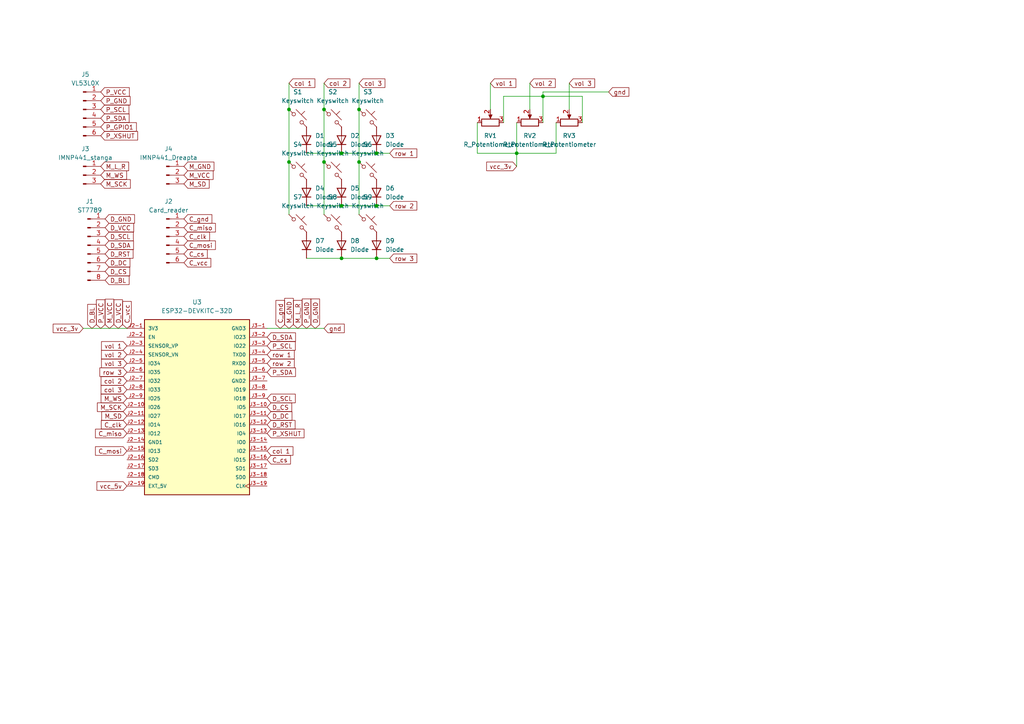
<source format=kicad_sch>
(kicad_sch (version 20231120) (generator "eeschema") (generator_version "8.0")
  (paper "A4")
  (lib_symbols
    (symbol "Connector:Conn_01x03_Pin" (pin_names (offset 1.016) hide)
      (property "Reference" "J" (at 0 5.08 0))
      (property "Value" "Conn_01x03_Pin" (at 0 -5.08 0))
      (symbol "Conn_01x03_Pin_1_1"
        (polyline (pts (xy 1.27 -2.54) (xy 0.8636 -2.54)) (stroke (width 0.1524)))
        (polyline (pts (xy 1.27 0) (xy 0.8636 0)) (stroke (width 0.1524)))
        (polyline (pts (xy 1.27 2.54) (xy 0.8636 2.54)) (stroke (width 0.1524)))
        (rectangle (start 0.8636 -2.413) (end 0 -2.667) (stroke (width 0.1524)) (fill (type outline)))
        (rectangle (start 0.8636 0.127) (end 0 -0.127) (stroke (width 0.1524)) (fill (type outline)))
        (rectangle (start 0.8636 2.667) (end 0 2.413) (stroke (width 0.1524)) (fill (type outline)))
        (pin passive line (at 5.08 2.54 180) (length 3.81) (name "Pin_1") (number "1"))
        (pin passive line (at 5.08 0 180) (length 3.81) (name "Pin_2") (number "2"))
        (pin passive line (at 5.08 -2.54 180) (length 3.81) (name "Pin_3") (number "3"))
      )
    )
    (symbol "Connector:Conn_01x06_Pin" (pin_names (offset 1.016) hide)
      (property "Reference" "J" (at 0 7.62 0))
      (property "Value" "Conn_01x06_Pin" (at 0 -10.16 0))
      (symbol "Conn_01x06_Pin_1_1"
        (polyline (pts (xy 1.27 -7.62) (xy 0.8636 -7.62)) (stroke (width 0.1524)))
        (polyline (pts (xy 1.27 -5.08) (xy 0.8636 -5.08)) (stroke (width 0.1524)))
        (polyline (pts (xy 1.27 -2.54) (xy 0.8636 -2.54)) (stroke (width 0.1524)))
        (polyline (pts (xy 1.27 0) (xy 0.8636 0)) (stroke (width 0.1524)))
        (polyline (pts (xy 1.27 2.54) (xy 0.8636 2.54)) (stroke (width 0.1524)))
        (polyline (pts (xy 1.27 5.08) (xy 0.8636 5.08)) (stroke (width 0.1524)))
        (rectangle (start 0.8636 -7.493) (end 0 -7.747) (stroke (width 0.1524)) (fill (type outline)))
        (rectangle (start 0.8636 -4.953) (end 0 -5.207) (stroke (width 0.1524)) (fill (type outline)))
        (rectangle (start 0.8636 -2.413) (end 0 -2.667) (stroke (width 0.1524)) (fill (type outline)))
        (rectangle (start 0.8636 0.127) (end 0 -0.127) (stroke (width 0.1524)) (fill (type outline)))
        (rectangle (start 0.8636 2.667) (end 0 2.413) (stroke (width 0.1524)) (fill (type outline)))
        (rectangle (start 0.8636 5.207) (end 0 4.953) (stroke (width 0.1524)) (fill (type outline)))
        (pin passive line (at 5.08 5.08 180) (length 3.81) (name "Pin_1") (number "1"))
        (pin passive line (at 5.08 2.54 180) (length 3.81) (name "Pin_2") (number "2"))
        (pin passive line (at 5.08 0 180) (length 3.81) (name "Pin_3") (number "3"))
        (pin passive line (at 5.08 -2.54 180) (length 3.81) (name "Pin_4") (number "4"))
        (pin passive line (at 5.08 -5.08 180) (length 3.81) (name "Pin_5") (number "5"))
        (pin passive line (at 5.08 -7.62 180) (length 3.81) (name "Pin_6") (number "6"))
      )
    )
    (symbol "Connector:Conn_01x08_Pin" (pin_names (offset 1.016) hide)
      (property "Reference" "J" (at 0 10.16 0))
      (property "Value" "Conn_01x08_Pin" (at 0 -12.7 0))
      (symbol "Conn_01x08_Pin_1_1"
        (polyline (pts (xy 1.27 -10.16) (xy 0.8636 -10.16)) (stroke (width 0.1524)))
        (polyline (pts (xy 1.27 -7.62) (xy 0.8636 -7.62)) (stroke (width 0.1524)))
        (polyline (pts (xy 1.27 -5.08) (xy 0.8636 -5.08)) (stroke (width 0.1524)))
        (polyline (pts (xy 1.27 -2.54) (xy 0.8636 -2.54)) (stroke (width 0.1524)))
        (polyline (pts (xy 1.27 0) (xy 0.8636 0)) (stroke (width 0.1524)))
        (polyline (pts (xy 1.27 2.54) (xy 0.8636 2.54)) (stroke (width 0.1524)))
        (polyline (pts (xy 1.27 5.08) (xy 0.8636 5.08)) (stroke (width 0.1524)))
        (polyline (pts (xy 1.27 7.62) (xy 0.8636 7.62)) (stroke (width 0.1524)))
        (rectangle (start 0.8636 -10.033) (end 0 -10.287) (stroke (width 0.1524)) (fill (type outline)))
        (rectangle (start 0.8636 -7.493) (end 0 -7.747) (stroke (width 0.1524)) (fill (type outline)))
        (rectangle (start 0.8636 -4.953) (end 0 -5.207) (stroke (width 0.1524)) (fill (type outline)))
        (rectangle (start 0.8636 -2.413) (end 0 -2.667) (stroke (width 0.1524)) (fill (type outline)))
        (rectangle (start 0.8636 0.127) (end 0 -0.127) (stroke (width 0.1524)) (fill (type outline)))
        (rectangle (start 0.8636 2.667) (end 0 2.413) (stroke (width 0.1524)) (fill (type outline)))
        (rectangle (start 0.8636 5.207) (end 0 4.953) (stroke (width 0.1524)) (fill (type outline)))
        (rectangle (start 0.8636 7.747) (end 0 7.493) (stroke (width 0.1524)) (fill (type outline)))
        (pin passive line (at 5.08 7.62 180) (length 3.81) (name "Pin_1") (number "1"))
        (pin passive line (at 5.08 5.08 180) (length 3.81) (name "Pin_2") (number "2"))
        (pin passive line (at 5.08 2.54 180) (length 3.81) (name "Pin_3") (number "3"))
        (pin passive line (at 5.08 0 180) (length 3.81) (name "Pin_4") (number "4"))
        (pin passive line (at 5.08 -2.54 180) (length 3.81) (name "Pin_5") (number "5"))
        (pin passive line (at 5.08 -5.08 180) (length 3.81) (name "Pin_6") (number "6"))
        (pin passive line (at 5.08 -7.62 180) (length 3.81) (name "Pin_7") (number "7"))
        (pin passive line (at 5.08 -10.16 180) (length 3.81) (name "Pin_8") (number "8"))
      )
    )
    (symbol "Device:R_Potentiometer" (pin_names (offset 1.016) hide)
      (property "Reference" "RV" (at -4.445 0 90))
      (property "Value" "R_Potentiometer" (at -2.54 0 90))
      (symbol "R_Potentiometer_0_1"
        (polyline (pts (xy 2.54 0) (xy 1.524 0)))
        (polyline (pts (xy 1.143 0) (xy 2.286 0.508) (xy 2.286 -0.508) (xy 1.143 0)) (fill (type outline)))
        (rectangle (start 1.016 2.54) (end -1.016 -2.54) (stroke (width 0.254)))
      )
      (symbol "R_Potentiometer_1_1"
        (pin passive line (at 0 3.81 270) (length 1.27) (name "1") (number "1"))
        (pin passive line (at 3.81 0 180) (length 1.27) (name "2") (number "2"))
        (pin passive line (at 0 -3.81 90) (length 1.27) (name "3") (number "3"))
      )
    )
    (symbol "ESP32-DEVKITC-32D:ESP32-DEVKITC-32D" (pin_names (offset 1.016))
      (property "Reference" "U" (at -15.2572 26.0643 0))
      (property "Value" "ESP32-DEVKITC-32D" (at -15.2563 -27.9698 0))
      (symbol "ESP32-DEVKITC-32D_0_0"
        (rectangle (start -15.24 -25.4) (end 15.24 25.4) (stroke (width 0.254)) (fill (type background)))
        (pin power_in line (at -20.32 22.86 0) (length 5.08) (name "3V3") (number "J2-1"))
        (pin bidirectional line (at -20.32 0 0) (length 5.08) (name "IO26") (number "J2-10"))
        (pin bidirectional line (at -20.32 -2.54 0) (length 5.08) (name "IO27") (number "J2-11"))
        (pin bidirectional line (at -20.32 -5.08 0) (length 5.08) (name "IO14") (number "J2-12"))
        (pin bidirectional line (at -20.32 -7.62 0) (length 5.08) (name "IO12") (number "J2-13"))
        (pin power_in line (at -20.32 -10.16 0) (length 5.08) (name "GND1") (number "J2-14"))
        (pin bidirectional line (at -20.32 -12.7 0) (length 5.08) (name "IO13") (number "J2-15"))
        (pin bidirectional line (at -20.32 -15.24 0) (length 5.08) (name "SD2") (number "J2-16"))
        (pin bidirectional line (at -20.32 -17.78 0) (length 5.08) (name "SD3") (number "J2-17"))
        (pin bidirectional line (at -20.32 -20.32 0) (length 5.08) (name "CMD") (number "J2-18"))
        (pin power_in line (at -20.32 -22.86 0) (length 5.08) (name "EXT_5V") (number "J2-19"))
        (pin input line (at -20.32 20.32 0) (length 5.08) (name "EN") (number "J2-2"))
        (pin input line (at -20.32 17.78 0) (length 5.08) (name "SENSOR_VP") (number "J2-3"))
        (pin input line (at -20.32 15.24 0) (length 5.08) (name "SENSOR_VN") (number "J2-4"))
        (pin bidirectional line (at -20.32 12.7 0) (length 5.08) (name "IO34") (number "J2-5"))
        (pin bidirectional line (at -20.32 10.16 0) (length 5.08) (name "IO35") (number "J2-6"))
        (pin bidirectional line (at -20.32 7.62 0) (length 5.08) (name "IO32") (number "J2-7"))
        (pin bidirectional line (at -20.32 5.08 0) (length 5.08) (name "IO33") (number "J2-8"))
        (pin bidirectional line (at -20.32 2.54 0) (length 5.08) (name "IO25") (number "J2-9"))
        (pin power_in line (at 20.32 22.86 180) (length 5.08) (name "GND3") (number "J3-1"))
        (pin bidirectional line (at 20.32 0 180) (length 5.08) (name "IO5") (number "J3-10"))
        (pin bidirectional line (at 20.32 -2.54 180) (length 5.08) (name "IO17") (number "J3-11"))
        (pin bidirectional line (at 20.32 -5.08 180) (length 5.08) (name "IO16") (number "J3-12"))
        (pin bidirectional line (at 20.32 -7.62 180) (length 5.08) (name "IO4") (number "J3-13"))
        (pin bidirectional line (at 20.32 -10.16 180) (length 5.08) (name "IO0") (number "J3-14"))
        (pin bidirectional line (at 20.32 -12.7 180) (length 5.08) (name "IO2") (number "J3-15"))
        (pin bidirectional line (at 20.32 -15.24 180) (length 5.08) (name "IO15") (number "J3-16"))
        (pin bidirectional line (at 20.32 -17.78 180) (length 5.08) (name "SD1") (number "J3-17"))
        (pin bidirectional line (at 20.32 -20.32 180) (length 5.08) (name "SD0") (number "J3-18"))
        (pin input clock (at 20.32 -22.86 180) (length 5.08) (name "CLK") (number "J3-19"))
        (pin bidirectional line (at 20.32 20.32 180) (length 5.08) (name "IO23") (number "J3-2"))
        (pin bidirectional line (at 20.32 17.78 180) (length 5.08) (name "IO22") (number "J3-3"))
        (pin output line (at 20.32 15.24 180) (length 5.08) (name "TXD0") (number "J3-4"))
        (pin input line (at 20.32 12.7 180) (length 5.08) (name "RXD0") (number "J3-5"))
        (pin bidirectional line (at 20.32 10.16 180) (length 5.08) (name "IO21") (number "J3-6"))
        (pin power_in line (at 20.32 7.62 180) (length 5.08) (name "GND2") (number "J3-7"))
        (pin bidirectional line (at 20.32 5.08 180) (length 5.08) (name "IO19") (number "J3-8"))
        (pin bidirectional line (at 20.32 2.54 180) (length 5.08) (name "IO18") (number "J3-9"))
      )
    )
    (symbol "ScottoKeebs:Placeholder_Diode" (pin_numbers hide) (pin_names hide)
      (property "Reference" "D" (at 0 2.54 0))
      (property "Value" "Diode" (at 0 -2.54 0))
      (symbol "Placeholder_Diode_0_1"
        (polyline (pts (xy -1.27 1.27) (xy -1.27 -1.27)) (stroke (width 0.254)))
        (polyline (pts (xy 1.27 0) (xy -1.27 0)))
        (polyline (pts (xy 1.27 1.27) (xy 1.27 -1.27) (xy -1.27 0) (xy 1.27 1.27)) (stroke (width 0.254)))
      )
      (symbol "Placeholder_Diode_1_1"
        (pin passive line (at -3.81 0 0) (length 2.54) (name "K") (number "1"))
        (pin passive line (at 3.81 0 180) (length 2.54) (name "A") (number "2"))
      )
    )
    (symbol "ScottoKeebs:Placeholder_Keyswitch" (pin_numbers hide) (pin_names (offset 1.016) hide)
      (property "Reference" "S" (at 3.048 1.016 0))
      (property "Value" "Keyswitch" (at 0 -3.81 0))
      (symbol "Placeholder_Keyswitch_0_1"
        (circle (center -1.1684 1.1684) (radius 0.508))
        (polyline (pts (xy -0.508 2.54) (xy 2.54 -0.508)))
        (polyline (pts (xy 1.016 1.016) (xy 2.032 2.032)))
        (polyline (pts (xy -2.54 2.54) (xy -1.524 1.524) (xy -1.524 1.524)))
        (polyline (pts (xy 1.524 -1.524) (xy 2.54 -2.54) (xy 2.54 -2.54) (xy 2.54 -2.54)))
        (circle (center 1.143 -1.1938) (radius 0.508))
        (pin passive line (at -2.54 2.54 0) (length 0) (name "1") (number "1"))
        (pin passive line (at 2.54 -2.54 180) (length 0) (name "2") (number "2"))
      )
    )
  )
  (junction (at 109.22 59.69))
  (junction (at 83.82 31.75))
  (junction (at 109.22 74.93))
  (junction (at 83.82 46.99))
  (junction (at 149.86 44.45))
  (junction (at 104.14 31.75))
  (junction (at 99.06 74.93))
  (junction (at 99.06 44.45))
  (junction (at 109.22 44.45))
  (junction (at 104.14 46.99))
  (junction (at 93.98 31.75))
  (junction (at 93.98 46.99))
  (junction (at 99.06 59.69))
  (junction (at 157.48 27.94))
  (wire (pts (xy 146.05 35.56) (xy 146.05 27.94)))
  (wire (pts (xy 99.06 59.69) (xy 109.22 59.69)))
  (wire (pts (xy 88.9 59.69) (xy 99.06 59.69)))
  (wire (pts (xy 157.48 27.94) (xy 168.91 27.94)))
  (wire (pts (xy 77.47 95.25) (xy 93.98 95.25)))
  (wire (pts (xy 113.03 74.93) (xy 109.22 74.93)))
  (wire (pts (xy 161.29 35.56) (xy 161.29 44.45)))
  (wire (pts (xy 138.43 35.56) (xy 138.43 44.45)))
  (wire (pts (xy 93.98 31.75) (xy 93.98 46.99)))
  (wire (pts (xy 149.86 44.45) (xy 149.86 35.56)))
  (wire (pts (xy 93.98 46.99) (xy 93.98 62.23)))
  (wire (pts (xy 83.82 31.75) (xy 83.82 46.99)))
  (wire (pts (xy 104.14 31.75) (xy 104.14 46.99)))
  (wire (pts (xy 157.48 27.94) (xy 157.48 35.56)))
  (wire (pts (xy 113.03 44.45) (xy 109.22 44.45)))
  (wire (pts (xy 149.86 44.45) (xy 161.29 44.45)))
  (wire (pts (xy 88.9 44.45) (xy 99.06 44.45)))
  (wire (pts (xy 99.06 74.93) (xy 109.22 74.93)))
  (wire (pts (xy 83.82 24.13) (xy 83.82 31.75)))
  (wire (pts (xy 153.67 24.13) (xy 153.67 31.75)))
  (wire (pts (xy 88.9 74.93) (xy 99.06 74.93)))
  (wire (pts (xy 165.1 24.13) (xy 165.1 31.75)))
  (wire (pts (xy 99.06 44.45) (xy 109.22 44.45)))
  (wire (pts (xy 93.98 24.13) (xy 93.98 31.75)))
  (wire (pts (xy 83.82 46.99) (xy 83.82 62.23)))
  (wire (pts (xy 138.43 44.45) (xy 149.86 44.45)))
  (wire (pts (xy 168.91 27.94) (xy 168.91 35.56)))
  (wire (pts (xy 104.14 24.13) (xy 104.14 31.75)))
  (wire (pts (xy 142.24 24.13) (xy 142.24 31.75)))
  (wire (pts (xy 149.86 48.26) (xy 149.86 44.45)))
  (wire (pts (xy 113.03 59.69) (xy 109.22 59.69)))
  (wire (pts (xy 104.14 46.99) (xy 104.14 62.23)))
  (wire (pts (xy 157.48 26.67) (xy 157.48 27.94)))
  (wire (pts (xy 24.13 95.25) (xy 36.83 95.25)))
  (wire (pts (xy 176.53 26.67) (xy 157.48 26.67)))
  (wire (pts (xy 146.05 27.94) (xy 157.48 27.94)))
  (global_label "C_miso" (shape input) (at 53.34 66.04 0) (property "Intersheetrefs" "${INTERSHEET_REFS}" (effects (hide yes))))
  (global_label "vcc_5v" (shape input) (at 36.83 140.97 180) (property "Intersheetrefs" "${INTERSHEET_REFS}" (effects (hide yes))))
  (global_label "vcc_3v" (shape input) (at 149.86 48.26 180) (property "Intersheetrefs" "${INTERSHEET_REFS}" (effects (hide yes))))
  (global_label "C_cs" (shape input) (at 77.47 133.35 0) (property "Intersheetrefs" "${INTERSHEET_REFS}" (effects (hide yes))))
  (global_label "D_SDA" (shape input) (at 30.48 71.12 0) (property "Intersheetrefs" "${INTERSHEET_REFS}" (effects (hide yes))))
  (global_label "D_VCC" (shape input) (at 34.29 95.25 90) (property "Intersheetrefs" "${INTERSHEET_REFS}" (effects (hide yes))))
  (global_label "C_clk" (shape input) (at 53.34 68.58 0) (property "Intersheetrefs" "${INTERSHEET_REFS}" (effects (hide yes))))
  (global_label "C_miso" (shape input) (at 36.83 125.73 180) (property "Intersheetrefs" "${INTERSHEET_REFS}" (effects (hide yes))))
  (global_label "D_GND" (shape input) (at 30.48 63.5 0) (property "Intersheetrefs" "${INTERSHEET_REFS}" (effects (hide yes))))
  (global_label "M_L_R" (shape input) (at 86.36 95.25 90) (property "Intersheetrefs" "${INTERSHEET_REFS}" (effects (hide yes))))
  (global_label "gnd" (shape input) (at 176.53 26.67 0) (property "Intersheetrefs" "${INTERSHEET_REFS}" (effects (hide yes))))
  (global_label "D_RST" (shape input) (at 30.48 73.66 0) (property "Intersheetrefs" "${INTERSHEET_REFS}" (effects (hide yes))))
  (global_label "D_BL" (shape input) (at 26.67 95.25 90) (property "Intersheetrefs" "${INTERSHEET_REFS}" (effects (hide yes))))
  (global_label "C_gnd" (shape input) (at 53.34 63.5 0) (property "Intersheetrefs" "${INTERSHEET_REFS}" (effects (hide yes))))
  (global_label "C_vcc" (shape input) (at 36.83 95.25 90) (property "Intersheetrefs" "${INTERSHEET_REFS}" (effects (hide yes))))
  (global_label "M_SD" (shape input) (at 36.83 120.65 180) (property "Intersheetrefs" "${INTERSHEET_REFS}" (effects (hide yes))))
  (global_label "M_WS" (shape input) (at 29.21 50.8 0) (property "Intersheetrefs" "${INTERSHEET_REFS}" (effects (hide yes))))
  (global_label "row 2" (shape input) (at 77.47 105.41 0) (property "Intersheetrefs" "${INTERSHEET_REFS}" (effects (hide yes))))
  (global_label "vol 2" (shape input) (at 36.83 102.87 180) (property "Intersheetrefs" "${INTERSHEET_REFS}" (effects (hide yes))))
  (global_label "vol 1" (shape input) (at 36.83 100.33 180) (property "Intersheetrefs" "${INTERSHEET_REFS}" (effects (hide yes))))
  (global_label "row 2" (shape input) (at 113.03 59.69 0) (property "Intersheetrefs" "${INTERSHEET_REFS}" (effects (hide yes))))
  (global_label "P_SDA" (shape input) (at 29.21 34.29 0) (property "Intersheetrefs" "${INTERSHEET_REFS}" (effects (hide yes))))
  (global_label "D_GND" (shape input) (at 91.44 95.25 90) (property "Intersheetrefs" "${INTERSHEET_REFS}" (effects (hide yes))))
  (global_label "D_SCL" (shape input) (at 30.48 68.58 0) (property "Intersheetrefs" "${INTERSHEET_REFS}" (effects (hide yes))))
  (global_label "P_XSHUT" (shape input) (at 29.21 39.37 0) (property "Intersheetrefs" "${INTERSHEET_REFS}" (effects (hide yes))))
  (global_label "D_SCL" (shape input) (at 77.47 115.57 0) (property "Intersheetrefs" "${INTERSHEET_REFS}" (effects (hide yes))))
  (global_label "P_VCC" (shape input) (at 29.21 26.67 0) (property "Intersheetrefs" "${INTERSHEET_REFS}" (effects (hide yes))))
  (global_label "P_GND" (shape input) (at 88.9 95.25 90) (property "Intersheetrefs" "${INTERSHEET_REFS}" (effects (hide yes))))
  (global_label "col 1" (shape input) (at 83.82 24.13 0) (property "Intersheetrefs" "${INTERSHEET_REFS}" (effects (hide yes))))
  (global_label "M_VCC" (shape input) (at 53.34 50.8 0) (property "Intersheetrefs" "${INTERSHEET_REFS}" (effects (hide yes))))
  (global_label "P_GPIO1" (shape input) (at 29.21 36.83 0) (property "Intersheetrefs" "${INTERSHEET_REFS}" (effects (hide yes))))
  (global_label "C_cs" (shape input) (at 53.34 73.66 0) (property "Intersheetrefs" "${INTERSHEET_REFS}" (effects (hide yes))))
  (global_label "col 2" (shape input) (at 93.98 24.13 0) (property "Intersheetrefs" "${INTERSHEET_REFS}" (effects (hide yes))))
  (global_label "C_mosi" (shape input) (at 36.83 130.81 180) (property "Intersheetrefs" "${INTERSHEET_REFS}" (effects (hide yes))))
  (global_label "P_SCL" (shape input) (at 77.47 100.33 0) (property "Intersheetrefs" "${INTERSHEET_REFS}" (effects (hide yes))))
  (global_label "M_VCC" (shape input) (at 31.75 95.25 90) (property "Intersheetrefs" "${INTERSHEET_REFS}" (effects (hide yes))))
  (global_label "M_SCK" (shape input) (at 29.21 53.34 0) (property "Intersheetrefs" "${INTERSHEET_REFS}" (effects (hide yes))))
  (global_label "col 1" (shape input) (at 77.47 130.81 0) (property "Intersheetrefs" "${INTERSHEET_REFS}" (effects (hide yes))))
  (global_label "D_SDA" (shape input) (at 77.47 97.79 0) (property "Intersheetrefs" "${INTERSHEET_REFS}" (effects (hide yes))))
  (global_label "col 2" (shape input) (at 36.83 110.49 180) (property "Intersheetrefs" "${INTERSHEET_REFS}" (effects (hide yes))))
  (global_label "P_XSHUT" (shape input) (at 77.47 125.73 0) (property "Intersheetrefs" "${INTERSHEET_REFS}" (effects (hide yes))))
  (global_label "M_SCK" (shape input) (at 36.83 118.11 180) (property "Intersheetrefs" "${INTERSHEET_REFS}" (effects (hide yes))))
  (global_label "vol 3" (shape input) (at 165.1 24.13 0) (property "Intersheetrefs" "${INTERSHEET_REFS}" (effects (hide yes))))
  (global_label "M_GND" (shape input) (at 53.34 48.26 0) (property "Intersheetrefs" "${INTERSHEET_REFS}" (effects (hide yes))))
  (global_label "D_VCC" (shape input) (at 30.48 66.04 0) (property "Intersheetrefs" "${INTERSHEET_REFS}" (effects (hide yes))))
  (global_label "D_DC" (shape input) (at 30.48 76.2 0) (property "Intersheetrefs" "${INTERSHEET_REFS}" (effects (hide yes))))
  (global_label "M_WS" (shape input) (at 36.83 115.57 180) (property "Intersheetrefs" "${INTERSHEET_REFS}" (effects (hide yes))))
  (global_label "vol 1" (shape input) (at 142.24 24.13 0) (property "Intersheetrefs" "${INTERSHEET_REFS}" (effects (hide yes))))
  (global_label "gnd" (shape input) (at 93.98 95.25 0) (property "Intersheetrefs" "${INTERSHEET_REFS}" (effects (hide yes))))
  (global_label "C_mosi" (shape input) (at 53.34 71.12 0) (property "Intersheetrefs" "${INTERSHEET_REFS}" (effects (hide yes))))
  (global_label "vol 3" (shape input) (at 36.83 105.41 180) (property "Intersheetrefs" "${INTERSHEET_REFS}" (effects (hide yes))))
  (global_label "C_clk" (shape input) (at 36.83 123.19 180) (property "Intersheetrefs" "${INTERSHEET_REFS}" (effects (hide yes))))
  (global_label "D_CS" (shape input) (at 77.47 118.11 0) (property "Intersheetrefs" "${INTERSHEET_REFS}" (effects (hide yes))))
  (global_label "P_VCC" (shape input) (at 29.21 95.25 90) (property "Intersheetrefs" "${INTERSHEET_REFS}" (effects (hide yes))))
  (global_label "P_GND" (shape input) (at 29.21 29.21 0) (property "Intersheetrefs" "${INTERSHEET_REFS}" (effects (hide yes))))
  (global_label "vol 2" (shape input) (at 153.67 24.13 0) (property "Intersheetrefs" "${INTERSHEET_REFS}" (effects (hide yes))))
  (global_label "row 1" (shape input) (at 113.03 44.45 0) (property "Intersheetrefs" "${INTERSHEET_REFS}" (effects (hide yes))))
  (global_label "vcc_3v" (shape input) (at 24.13 95.25 180) (property "Intersheetrefs" "${INTERSHEET_REFS}" (effects (hide yes))))
  (global_label "M_SD" (shape input) (at 53.34 53.34 0) (property "Intersheetrefs" "${INTERSHEET_REFS}" (effects (hide yes))))
  (global_label "M_L_R" (shape input) (at 29.21 48.26 0) (property "Intersheetrefs" "${INTERSHEET_REFS}" (effects (hide yes))))
  (global_label "D_BL" (shape input) (at 30.48 81.28 0) (property "Intersheetrefs" "${INTERSHEET_REFS}" (effects (hide yes))))
  (global_label "D_CS" (shape input) (at 30.48 78.74 0) (property "Intersheetrefs" "${INTERSHEET_REFS}" (effects (hide yes))))
  (global_label "C_gnd" (shape input) (at 81.28 95.25 90) (property "Intersheetrefs" "${INTERSHEET_REFS}" (effects (hide yes))))
  (global_label "col 3" (shape input) (at 104.14 24.13 0) (property "Intersheetrefs" "${INTERSHEET_REFS}" (effects (hide yes))))
  (global_label "P_SDA" (shape input) (at 77.47 107.95 0) (property "Intersheetrefs" "${INTERSHEET_REFS}" (effects (hide yes))))
  (global_label "P_SCL" (shape input) (at 29.21 31.75 0) (property "Intersheetrefs" "${INTERSHEET_REFS}" (effects (hide yes))))
  (global_label "row 3" (shape input) (at 113.03 74.93 0) (property "Intersheetrefs" "${INTERSHEET_REFS}" (effects (hide yes))))
  (global_label "M_GND" (shape input) (at 83.82 95.25 90) (property "Intersheetrefs" "${INTERSHEET_REFS}" (effects (hide yes))))
  (global_label "D_RST" (shape input) (at 77.47 123.19 0) (property "Intersheetrefs" "${INTERSHEET_REFS}" (effects (hide yes))))
  (global_label "D_DC" (shape input) (at 77.47 120.65 0) (property "Intersheetrefs" "${INTERSHEET_REFS}" (effects (hide yes))))
  (global_label "col 3" (shape input) (at 36.83 113.03 180) (property "Intersheetrefs" "${INTERSHEET_REFS}" (effects (hide yes))))
  (global_label "row 1" (shape input) (at 77.47 102.87 0) (property "Intersheetrefs" "${INTERSHEET_REFS}" (effects (hide yes))))
  (global_label "row 3" (shape input) (at 36.83 107.95 180) (property "Intersheetrefs" "${INTERSHEET_REFS}" (effects (hide yes))))
  (global_label "C_vcc" (shape input) (at 53.34 76.2 0) (property "Intersheetrefs" "${INTERSHEET_REFS}" (effects (hide yes))))
  (symbol (lib_id "ScottoKeebs:Placeholder_Diode") (at 99.06 71.12 90) (unit 1)
    (property "Reference" "D8" (at 101.6 69.8499 90) (effects (justify right)))
    (property "Value" "Diode" (at 101.6 72.3899 90) (effects (justify right)))
    (property "Footprint" "ScottoKeebs_Scotto:DO-35" (effects (hide yes)))
    (property "Description" "1N4148 (DO-35) or 1N4148W (SOD-123)" (effects (hide yes)))
    (property "Sim.Device" "D" (effects (hide yes)))
    (property "Sim.Pins" "1=K 2=A" (effects (hide yes)))
  )
  (symbol (lib_id "Connector:Conn_01x06_Pin") (at 24.13 31.75 0) (unit 1)
    (property "Reference" "J5" (at 24.765 21.59 0))
    (property "Value" "VL53L0X" (at 24.765 24.13 0))
    (property "Footprint" "Connector_PinHeader_2.54mm:PinHeader_1x06_P2.54mm_Vertical" (effects (hide yes)))
    (property "Description" "Generic connector, single row, 01x06, script generated" (effects (hide yes)))
  )
  (symbol (lib_id "Connector:Conn_01x03_Pin") (at 48.26 50.8 0) (unit 1)
    (property "Reference" "J4" (at 48.895 43.18 0))
    (property "Value" "IMNP441_Dreapta" (at 48.895 45.72 0))
    (property "Footprint" "Connector_PinHeader_2.54mm:PinHeader_1x03_P2.54mm_Vertical" (effects (hide yes)))
    (property "Description" "Generic connector, single row, 01x03, script generated" (effects (hide yes)))
  )
  (symbol (lib_id "ScottoKeebs:Placeholder_Diode") (at 109.22 40.64 90) (unit 1)
    (property "Reference" "D3" (at 111.76 39.3699 90) (effects (justify right)))
    (property "Value" "Diode" (at 111.76 41.9099 90) (effects (justify right)))
    (property "Footprint" "ScottoKeebs_Scotto:DO-35" (effects (hide yes)))
    (property "Description" "1N4148 (DO-35) or 1N4148W (SOD-123)" (effects (hide yes)))
    (property "Sim.Device" "D" (effects (hide yes)))
    (property "Sim.Pins" "1=K 2=A" (effects (hide yes)))
  )
  (symbol (lib_id "ScottoKeebs:Placeholder_Keyswitch") (at 86.36 34.29 0) (unit 1)
    (property "Reference" "S1" (at 86.36 26.67 0))
    (property "Value" "Keyswitch" (at 86.36 29.21 0))
    (property "Footprint" "ScottoKeebs_MX:MX_PCB_1.00u" (effects (hide yes)))
    (property "Description" "Push button switch, normally open, two pins, 45° tilted" (effects (hide yes)))
  )
  (symbol (lib_id "Device:R_Potentiometer") (at 153.67 35.56 90) (unit 1)
    (property "Reference" "RV2" (at 153.67 39.37 90))
    (property "Value" "R_Potentiometer" (at 153.67 41.91 90))
    (property "Footprint" "Potentiometer_THT:Potentiometer_Alpha_RD901F-40-00D_Single_Vertical" (effects (hide yes)))
    (property "Description" "Potentiometer" (effects (hide yes)))
  )
  (symbol (lib_id "ScottoKeebs:Placeholder_Diode") (at 109.22 55.88 90) (unit 1)
    (property "Reference" "D6" (at 111.76 54.6099 90) (effects (justify right)))
    (property "Value" "Diode" (at 111.76 57.1499 90) (effects (justify right)))
    (property "Footprint" "ScottoKeebs_Scotto:DO-35" (effects (hide yes)))
    (property "Description" "1N4148 (DO-35) or 1N4148W (SOD-123)" (effects (hide yes)))
    (property "Sim.Device" "D" (effects (hide yes)))
    (property "Sim.Pins" "1=K 2=A" (effects (hide yes)))
  )
  (symbol (lib_id "ScottoKeebs:Placeholder_Diode") (at 109.22 71.12 90) (unit 1)
    (property "Reference" "D9" (at 111.76 69.8499 90) (effects (justify right)))
    (property "Value" "Diode" (at 111.76 72.3899 90) (effects (justify right)))
    (property "Footprint" "ScottoKeebs_Scotto:DO-35" (effects (hide yes)))
    (property "Description" "1N4148 (DO-35) or 1N4148W (SOD-123)" (effects (hide yes)))
    (property "Sim.Device" "D" (effects (hide yes)))
    (property "Sim.Pins" "1=K 2=A" (effects (hide yes)))
  )
  (symbol (lib_id "ScottoKeebs:Placeholder_Diode") (at 88.9 40.64 90) (unit 1)
    (property "Reference" "D1" (at 91.44 39.3699 90) (effects (justify right)))
    (property "Value" "Diode" (at 91.44 41.9099 90) (effects (justify right)))
    (property "Footprint" "ScottoKeebs_Scotto:DO-35" (effects (hide yes)))
    (property "Description" "1N4148 (DO-35) or 1N4148W (SOD-123)" (effects (hide yes)))
    (property "Sim.Device" "D" (effects (hide yes)))
    (property "Sim.Pins" "1=K 2=A" (effects (hide yes)))
  )
  (symbol (lib_id "Connector:Conn_01x08_Pin") (at 25.4 71.12 0) (unit 1)
    (property "Reference" "J1" (at 26.035 58.42 0))
    (property "Value" "ST7789" (at 26.035 60.96 0))
    (property "Footprint" "Connector_PinHeader_2.54mm:PinHeader_1x08_P2.54mm_Vertical" (effects (hide yes)))
    (property "Description" "Generic connector, single row, 01x08, script generated" (effects (hide yes)))
  )
  (symbol (lib_id "Device:R_Potentiometer") (at 165.1 35.56 90) (unit 1)
    (property "Reference" "RV3" (at 165.1 39.37 90))
    (property "Value" "R_Potentiometer" (at 165.1 41.91 90))
    (property "Footprint" "Potentiometer_THT:Potentiometer_Alpha_RD901F-40-00D_Single_Vertical" (effects (hide yes)))
    (property "Description" "Potentiometer" (effects (hide yes)))
  )
  (symbol (lib_id "ScottoKeebs:Placeholder_Keyswitch") (at 106.68 64.77 0) (unit 1)
    (property "Reference" "S9" (at 106.68 57.15 0))
    (property "Value" "Keyswitch" (at 106.68 59.69 0))
    (property "Footprint" "ScottoKeebs_MX:MX_PCB_1.00u" (effects (hide yes)))
    (property "Description" "Push button switch, normally open, two pins, 45° tilted" (effects (hide yes)))
  )
  (symbol (lib_id "ScottoKeebs:Placeholder_Keyswitch") (at 106.68 49.53 0) (unit 1)
    (property "Reference" "S6" (at 106.68 41.91 0))
    (property "Value" "Keyswitch" (at 106.68 44.45 0))
    (property "Footprint" "ScottoKeebs_MX:MX_PCB_1.00u" (effects (hide yes)))
    (property "Description" "Push button switch, normally open, two pins, 45° tilted" (effects (hide yes)))
  )
  (symbol (lib_id "ScottoKeebs:Placeholder_Keyswitch") (at 86.36 64.77 0) (unit 1)
    (property "Reference" "S7" (at 86.36 57.15 0))
    (property "Value" "Keyswitch" (at 86.36 59.69 0))
    (property "Footprint" "ScottoKeebs_MX:MX_PCB_1.00u" (effects (hide yes)))
    (property "Description" "Push button switch, normally open, two pins, 45° tilted" (effects (hide yes)))
  )
  (symbol (lib_id "Connector:Conn_01x06_Pin") (at 48.26 68.58 0) (unit 1)
    (property "Reference" "J2" (at 48.895 58.42 0))
    (property "Value" "Card_reader" (at 48.895 60.96 0))
    (property "Footprint" "Connector_PinHeader_2.54mm:PinHeader_1x06_P2.54mm_Vertical" (effects (hide yes)))
    (property "Description" "Generic connector, single row, 01x06, script generated" (effects (hide yes)))
  )
  (symbol (lib_id "Device:R_Potentiometer") (at 142.24 35.56 90) (unit 1)
    (property "Reference" "RV1" (at 142.24 39.37 90))
    (property "Value" "R_Potentiometer" (at 142.24 41.91 90))
    (property "Footprint" "Potentiometer_THT:Potentiometer_Alpha_RD901F-40-00D_Single_Vertical" (effects (hide yes)))
    (property "Description" "Potentiometer" (effects (hide yes)))
  )
  (symbol (lib_id "Connector:Conn_01x03_Pin") (at 24.13 50.8 0) (unit 1)
    (property "Reference" "J3" (at 24.765 43.18 0))
    (property "Value" "IMNP441_stanga" (at 24.765 45.72 0))
    (property "Footprint" "Connector_PinHeader_2.54mm:PinHeader_1x03_P2.54mm_Vertical" (effects (hide yes)))
    (property "Description" "Generic connector, single row, 01x03, script generated" (effects (hide yes)))
  )
  (symbol (lib_id "ScottoKeebs:Placeholder_Keyswitch") (at 86.36 49.53 0) (unit 1)
    (property "Reference" "S4" (at 86.36 41.91 0))
    (property "Value" "Keyswitch" (at 86.36 44.45 0))
    (property "Footprint" "ScottoKeebs_MX:MX_PCB_1.00u" (effects (hide yes)))
    (property "Description" "Push button switch, normally open, two pins, 45° tilted" (effects (hide yes)))
  )
  (symbol (lib_id "ScottoKeebs:Placeholder_Keyswitch") (at 96.52 49.53 0) (unit 1)
    (property "Reference" "S5" (at 96.52 41.91 0))
    (property "Value" "Keyswitch" (at 96.52 44.45 0))
    (property "Footprint" "ScottoKeebs_MX:MX_PCB_1.00u" (effects (hide yes)))
    (property "Description" "Push button switch, normally open, two pins, 45° tilted" (effects (hide yes)))
  )
  (symbol (lib_id "ScottoKeebs:Placeholder_Diode") (at 88.9 55.88 90) (unit 1)
    (property "Reference" "D4" (at 91.44 54.6099 90) (effects (justify right)))
    (property "Value" "Diode" (at 91.44 57.1499 90) (effects (justify right)))
    (property "Footprint" "ScottoKeebs_Scotto:DO-35" (effects (hide yes)))
    (property "Description" "1N4148 (DO-35) or 1N4148W (SOD-123)" (effects (hide yes)))
    (property "Sim.Device" "D" (effects (hide yes)))
    (property "Sim.Pins" "1=K 2=A" (effects (hide yes)))
  )
  (symbol (lib_id "ScottoKeebs:Placeholder_Diode") (at 88.9 71.12 90) (unit 1)
    (property "Reference" "D7" (at 91.44 69.8499 90) (effects (justify right)))
    (property "Value" "Diode" (at 91.44 72.3899 90) (effects (justify right)))
    (property "Footprint" "ScottoKeebs_Scotto:DO-35" (effects (hide yes)))
    (property "Description" "1N4148 (DO-35) or 1N4148W (SOD-123)" (effects (hide yes)))
    (property "Sim.Device" "D" (effects (hide yes)))
    (property "Sim.Pins" "1=K 2=A" (effects (hide yes)))
  )
  (symbol (lib_id "ScottoKeebs:Placeholder_Keyswitch") (at 96.52 34.29 0) (unit 1)
    (property "Reference" "S2" (at 96.52 26.67 0))
    (property "Value" "Keyswitch" (at 96.52 29.21 0))
    (property "Footprint" "ScottoKeebs_MX:MX_PCB_1.00u" (effects (hide yes)))
    (property "Description" "Push button switch, normally open, two pins, 45° tilted" (effects (hide yes)))
  )
  (symbol (lib_id "ScottoKeebs:Placeholder_Keyswitch") (at 96.52 64.77 0) (unit 1)
    (property "Reference" "S8" (at 96.52 57.15 0))
    (property "Value" "Keyswitch" (at 96.52 59.69 0))
    (property "Footprint" "ScottoKeebs_MX:MX_PCB_1.00u" (effects (hide yes)))
    (property "Description" "Push button switch, normally open, two pins, 45° tilted" (effects (hide yes)))
  )
  (symbol (lib_id "ScottoKeebs:Placeholder_Diode") (at 99.06 40.64 90) (unit 1)
    (property "Reference" "D2" (at 101.6 39.3699 90) (effects (justify right)))
    (property "Value" "Diode" (at 101.6 41.9099 90) (effects (justify right)))
    (property "Footprint" "ScottoKeebs_Scotto:DO-35" (effects (hide yes)))
    (property "Description" "1N4148 (DO-35) or 1N4148W (SOD-123)" (effects (hide yes)))
    (property "Sim.Device" "D" (effects (hide yes)))
    (property "Sim.Pins" "1=K 2=A" (effects (hide yes)))
  )
  (symbol (lib_id "ScottoKeebs:Placeholder_Diode") (at 99.06 55.88 90) (unit 1)
    (property "Reference" "D5" (at 101.6 54.6099 90) (effects (justify right)))
    (property "Value" "Diode" (at 101.6 57.1499 90) (effects (justify right)))
    (property "Footprint" "ScottoKeebs_Scotto:DO-35" (effects (hide yes)))
    (property "Description" "1N4148 (DO-35) or 1N4148W (SOD-123)" (effects (hide yes)))
    (property "Sim.Device" "D" (effects (hide yes)))
    (property "Sim.Pins" "1=K 2=A" (effects (hide yes)))
  )
  (symbol (lib_id "ScottoKeebs:Placeholder_Keyswitch") (at 106.68 34.29 0) (unit 1)
    (property "Reference" "S3" (at 106.68 26.67 0))
    (property "Value" "Keyswitch" (at 106.68 29.21 0))
    (property "Footprint" "ScottoKeebs_MX:MX_PCB_1.00u" (effects (hide yes)))
    (property "Description" "Push button switch, normally open, two pins, 45° tilted" (effects (hide yes)))
  )
  (symbol (lib_id "ESP32-DEVKITC-32D:ESP32-DEVKITC-32D") (at 57.15 118.11 0) (unit 1)
    (property "Reference" "U3" (at 57.15 87.63 0))
    (property "Value" "ESP32-DEVKITC-32D" (at 57.15 90.17 0))
    (property "Footprint" "ESP32-DEVKITC-32D:MODULE_ESP32-DEVKITC-32D" (effects (hide yes)))
    (property "MF" "Espressif Systems" (effects (hide yes)))
    (property "MAXIMUM_PACKAGE_HEIGHT" "N/A" (effects (hide yes)))
    (property "Package" "None" (effects (hide yes)))
    (property "Price" "None" (effects (hide yes)))
    (property "Check_prices" "https://www.snapeda.com/parts/ESP32-DEVKITC-32D/Espressif+Systems/view-part/?ref=eda" (effects (hide yes)))
    (property "STANDARD" "Manufacturer Recommendations" (effects (hide yes)))
    (property "PARTREV" "V4" (effects (hide yes)))
    (property "SnapEDA_Link" "https://www.snapeda.com/parts/ESP32-DEVKITC-32D/Espressif+Systems/view-part/?ref=snap" (effects (hide yes)))
    (property "MP" "ESP32-DEVKITC-32D" (effects (hide yes)))
    (property "Description_1" "\nWiFi Development Tools (802.11) ESP32 General Development Kit, ESP32-WROOM-32D on the board\n" (effects (hide yes)))
    (property "MANUFACTURER" "Espressif Systems" (effects (hide yes)))
    (property "Availability" "In Stock" (effects (hide yes)))
    (property "SNAPEDA_PN" "ESP32-DEVKITC-32D" (effects (hide yes)))
  )
)
</source>
